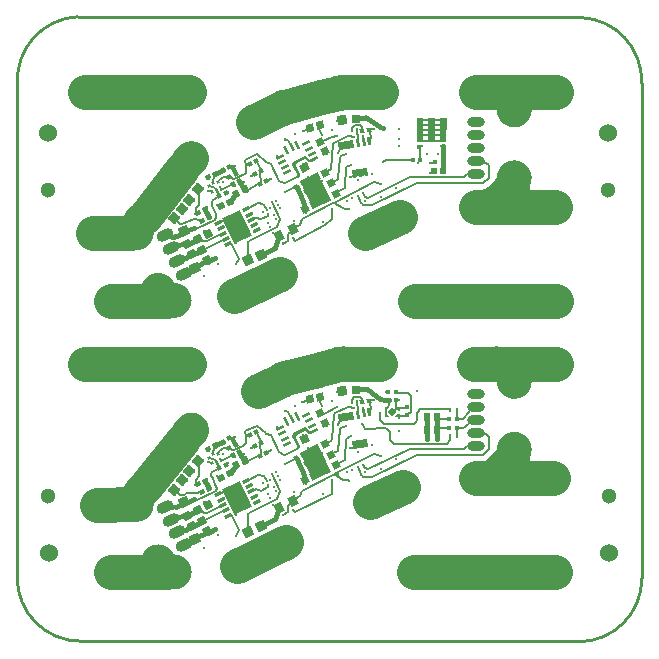
<source format=gtl>
G04*
G04 #@! TF.GenerationSoftware,Altium Limited,Altium Designer,23.2.1 (34)*
G04*
G04 Layer_Physical_Order=1*
G04 Layer_Color=255*
%FSLAX44Y44*%
%MOMM*%
G71*
G04*
G04 #@! TF.SameCoordinates,96D2EB81-E719-42E9-B1B6-D61F4878D9FD*
G04*
G04*
G04 #@! TF.FilePolarity,Positive*
G04*
G01*
G75*
%ADD10C,0.1524*%
%ADD11C,0.3810*%
%ADD12O,0.5500X0.2500*%
%ADD13R,0.5500X0.2500*%
%ADD14R,0.4541X0.3627*%
%ADD15R,0.4400X0.3500*%
%ADD16R,0.5600X0.5200*%
G04:AMPARAMS|DCode=17|XSize=1.646mm|YSize=2.384mm|CornerRadius=0mm|HoleSize=0mm|Usage=FLASHONLY|Rotation=206.000|XOffset=0mm|YOffset=0mm|HoleType=Round|Shape=Rectangle|*
%AMROTATEDRECTD17*
4,1,4,0.2172,1.4321,1.2622,-0.7106,-0.2172,-1.4321,-1.2622,0.7106,0.2172,1.4321,0.0*
%
%ADD17ROTATEDRECTD17*%

G04:AMPARAMS|DCode=18|XSize=0.6mm|YSize=0.3mm|CornerRadius=0mm|HoleSize=0mm|Usage=FLASHONLY|Rotation=206.000|XOffset=0mm|YOffset=0mm|HoleType=Round|Shape=Rectangle|*
%AMROTATEDRECTD18*
4,1,4,0.2039,0.2663,0.3354,-0.0033,-0.2039,-0.2663,-0.3354,0.0033,0.2039,0.2663,0.0*
%
%ADD18ROTATEDRECTD18*%

G04:AMPARAMS|DCode=19|XSize=0.27mm|YSize=0.65mm|CornerRadius=0mm|HoleSize=0mm|Usage=FLASHONLY|Rotation=190.000|XOffset=0mm|YOffset=0mm|HoleType=Round|Shape=Rectangle|*
%AMROTATEDRECTD19*
4,1,4,0.0765,0.3435,0.1894,-0.2966,-0.0765,-0.3435,-0.1894,0.2966,0.0765,0.3435,0.0*
%
%ADD19ROTATEDRECTD19*%

G04:AMPARAMS|DCode=20|XSize=0.25mm|YSize=0.65mm|CornerRadius=0mm|HoleSize=0mm|Usage=FLASHONLY|Rotation=190.000|XOffset=0mm|YOffset=0mm|HoleType=Round|Shape=Rectangle|*
%AMROTATEDRECTD20*
4,1,4,0.0667,0.3418,0.1795,-0.2984,-0.0667,-0.3418,-0.1795,0.2984,0.0667,0.3418,0.0*
%
%ADD20ROTATEDRECTD20*%

G04:AMPARAMS|DCode=21|XSize=0.675mm|YSize=0.25mm|CornerRadius=0mm|HoleSize=0mm|Usage=FLASHONLY|Rotation=116.000|XOffset=0mm|YOffset=0mm|HoleType=Round|Shape=Rectangle|*
%AMROTATEDRECTD21*
4,1,4,0.2603,-0.2486,0.0356,-0.3581,-0.2603,0.2486,-0.0356,0.3581,0.2603,-0.2486,0.0*
%
%ADD21ROTATEDRECTD21*%

G04:AMPARAMS|DCode=22|XSize=0.675mm|YSize=0.25mm|CornerRadius=0mm|HoleSize=0mm|Usage=FLASHONLY|Rotation=26.000|XOffset=0mm|YOffset=0mm|HoleType=Round|Shape=Rectangle|*
%AMROTATEDRECTD22*
4,1,4,-0.2486,-0.2603,-0.3581,-0.0356,0.2486,0.2603,0.3581,0.0356,-0.2486,-0.2603,0.0*
%
%ADD22ROTATEDRECTD22*%

G04:AMPARAMS|DCode=23|XSize=0.35mm|YSize=0.4mm|CornerRadius=0mm|HoleSize=0mm|Usage=FLASHONLY|Rotation=296.000|XOffset=0mm|YOffset=0mm|HoleType=Round|Shape=Rectangle|*
%AMROTATEDRECTD23*
4,1,4,-0.2565,0.0696,0.1030,0.2450,0.2565,-0.0696,-0.1030,-0.2450,-0.2565,0.0696,0.0*
%
%ADD23ROTATEDRECTD23*%

G04:AMPARAMS|DCode=24|XSize=0.6587mm|YSize=0.8121mm|CornerRadius=0mm|HoleSize=0mm|Usage=FLASHONLY|Rotation=206.000|XOffset=0mm|YOffset=0mm|HoleType=Round|Shape=Rectangle|*
%AMROTATEDRECTD24*
4,1,4,0.1180,0.5094,0.4740,-0.2206,-0.1180,-0.5094,-0.4740,0.2206,0.1180,0.5094,0.0*
%
%ADD24ROTATEDRECTD24*%

G04:AMPARAMS|DCode=25|XSize=0.64mm|YSize=0.6mm|CornerRadius=0mm|HoleSize=0mm|Usage=FLASHONLY|Rotation=296.000|XOffset=0mm|YOffset=0mm|HoleType=Round|Shape=Rectangle|*
%AMROTATEDRECTD25*
4,1,4,-0.4099,0.1561,0.1294,0.4191,0.4099,-0.1561,-0.1294,-0.4191,-0.4099,0.1561,0.0*
%
%ADD25ROTATEDRECTD25*%

G04:AMPARAMS|DCode=26|XSize=0.64mm|YSize=0.6mm|CornerRadius=0mm|HoleSize=0mm|Usage=FLASHONLY|Rotation=284.000|XOffset=0mm|YOffset=0mm|HoleType=Round|Shape=Rectangle|*
%AMROTATEDRECTD26*
4,1,4,-0.3685,0.2379,0.2137,0.3831,0.3685,-0.2379,-0.2137,-0.3831,-0.3685,0.2379,0.0*
%
%ADD26ROTATEDRECTD26*%

G04:AMPARAMS|DCode=27|XSize=0.64mm|YSize=0.6mm|CornerRadius=0mm|HoleSize=0mm|Usage=FLASHONLY|Rotation=26.000|XOffset=0mm|YOffset=0mm|HoleType=Round|Shape=Rectangle|*
%AMROTATEDRECTD27*
4,1,4,-0.1561,-0.4099,-0.4191,0.1294,0.1561,0.4099,0.4191,-0.1294,-0.1561,-0.4099,0.0*
%
%ADD27ROTATEDRECTD27*%

%ADD28R,0.8000X0.8000*%
G04:AMPARAMS|DCode=29|XSize=0.35mm|YSize=0.44mm|CornerRadius=0mm|HoleSize=0mm|Usage=FLASHONLY|Rotation=116.000|XOffset=0mm|YOffset=0mm|HoleType=Round|Shape=Rectangle|*
%AMROTATEDRECTD29*
4,1,4,0.2745,-0.0609,-0.1210,-0.2537,-0.2745,0.0609,0.1210,0.2537,0.2745,-0.0609,0.0*
%
%ADD29ROTATEDRECTD29*%

G04:AMPARAMS|DCode=30|XSize=0.65mm|YSize=0.7mm|CornerRadius=0mm|HoleSize=0mm|Usage=FLASHONLY|Rotation=116.000|XOffset=0mm|YOffset=0mm|HoleType=Round|Shape=Rectangle|*
%AMROTATEDRECTD30*
4,1,4,0.4571,-0.1387,-0.1721,-0.4455,-0.4571,0.1387,0.1721,0.4455,0.4571,-0.1387,0.0*
%
%ADD30ROTATEDRECTD30*%

G04:AMPARAMS|DCode=31|XSize=0.5mm|YSize=0.6mm|CornerRadius=0mm|HoleSize=0mm|Usage=FLASHONLY|Rotation=206.000|XOffset=0mm|YOffset=0mm|HoleType=Round|Shape=Rectangle|*
%AMROTATEDRECTD31*
4,1,4,0.0932,0.3792,0.3562,-0.1601,-0.0932,-0.3792,-0.3562,0.1601,0.0932,0.3792,0.0*
%
%ADD31ROTATEDRECTD31*%

G04:AMPARAMS|DCode=32|XSize=0.55mm|YSize=0.6mm|CornerRadius=0mm|HoleSize=0mm|Usage=FLASHONLY|Rotation=296.000|XOffset=0mm|YOffset=0mm|HoleType=Round|Shape=Rectangle|*
%AMROTATEDRECTD32*
4,1,4,-0.3902,0.1157,0.1491,0.3787,0.3902,-0.1157,-0.1491,-0.3787,-0.3902,0.1157,0.0*
%
%ADD32ROTATEDRECTD32*%

G04:AMPARAMS|DCode=33|XSize=0.35mm|YSize=0.4mm|CornerRadius=0mm|HoleSize=0mm|Usage=FLASHONLY|Rotation=277.000|XOffset=0mm|YOffset=0mm|HoleType=Round|Shape=Rectangle|*
%AMROTATEDRECTD33*
4,1,4,-0.2198,0.1493,0.1772,0.1981,0.2198,-0.1493,-0.1772,-0.1981,-0.2198,0.1493,0.0*
%
%ADD33ROTATEDRECTD33*%

G04:AMPARAMS|DCode=34|XSize=0.65mm|YSize=0.7mm|CornerRadius=0mm|HoleSize=0mm|Usage=FLASHONLY|Rotation=206.000|XOffset=0mm|YOffset=0mm|HoleType=Round|Shape=Rectangle|*
%AMROTATEDRECTD34*
4,1,4,0.1387,0.4571,0.4455,-0.1721,-0.1387,-0.4571,-0.4455,0.1721,0.1387,0.4571,0.0*
%
%ADD34ROTATEDRECTD34*%

%ADD35P,1.1314X4X161.0*%
%ADD36P,1.1314X4X97.0*%
%ADD37P,1.1314X4X55.0*%
%ADD38P,0.2828X4X251.0*%
G04:AMPARAMS|DCode=39|XSize=0.2mm|YSize=0.2mm|CornerRadius=0mm|HoleSize=0mm|Usage=FLASHONLY|Rotation=206.000|XOffset=0mm|YOffset=0mm|HoleType=Round|Shape=Octagon|*
%AMOCTAGOND39*
4,1,8,-0.1118,0.0011,-0.0680,-0.0888,-0.0011,-0.1118,0.0888,-0.0680,0.1118,-0.0011,0.0680,0.0888,0.0011,0.1118,-0.0888,0.0680,-0.1118,0.0011,0.0*
%
%ADD39OCTAGOND39*%

%ADD40C,0.0500*%
%ADD41R,0.6000X0.6400*%
%ADD42R,0.3500X0.4000*%
%ADD43R,0.4000X0.3500*%
%ADD44R,0.2500X0.3500*%
%ADD45R,0.1000X0.1000*%
%ADD46P,0.6788X4X180.0*%
%ADD47C,0.2540*%
%ADD48C,3.0000*%
%ADD49C,1.3000*%
%ADD50C,1.5240*%
%ADD51C,0.1000*%
%ADD52O,1.5000X0.8000*%
G04:AMPARAMS|DCode=53|XSize=0.9mm|YSize=1.5mm|CornerRadius=0mm|HoleSize=0mm|Usage=FLASHONLY|Rotation=296.000|XOffset=0mm|YOffset=0mm|HoleType=Round|Shape=Round|*
%AMOVALD53*
21,1,0.6000,0.9000,0.0000,0.0000,26.0*
1,1,0.9000,-0.2696,-0.1315*
1,1,0.9000,0.2696,0.1315*
%
%ADD53OVALD53*%

%ADD54C,0.3000*%
%ADD55C,0.2410*%
%ADD56C,0.3050*%
G36*
X105411Y178688D02*
X105161Y158438D01*
X99760D01*
Y178688D01*
X105411Y178688D01*
D02*
G37*
G36*
X95661D02*
X95411Y158438D01*
X90010D01*
Y178688D01*
X95661Y178688D01*
D02*
G37*
G36*
X85661D02*
X85411Y158438D01*
X80010D01*
Y178688D01*
X85661Y178688D01*
D02*
G37*
G36*
X27010Y153813D02*
X14760Y151563D01*
X13760Y158063D01*
X26010Y160063D01*
X27010Y153813D01*
D02*
G37*
G36*
X-9971Y143549D02*
X-7740Y144563D01*
X-6240Y142563D01*
X-9079Y141224D01*
X-10622D01*
X-14161Y143880D01*
X-21556Y140350D01*
X-22196Y138265D01*
X-21201Y136219D01*
X-22996Y134958D01*
X-23302Y135023D01*
X-25321Y138876D01*
X-24305Y141988D01*
X-14310Y146813D01*
X-9971Y143549D01*
D02*
G37*
G36*
X-72240Y133813D02*
X-74490Y132813D01*
X-76490Y137813D01*
X-74490Y138813D01*
X-72240Y133813D01*
D02*
G37*
G36*
X-10115Y135563D02*
X-16365Y132563D01*
X-19115Y138313D01*
X-12865Y141313D01*
X-10115Y135563D01*
D02*
G37*
G36*
X-19353Y131819D02*
X-19253Y131775D01*
X-19168Y131707D01*
X-19136Y131662D01*
X-19136D01*
X-19091Y131601D01*
X-18997Y131482D01*
X-18899Y131367D01*
X-18796Y131256D01*
X-18743Y131202D01*
Y131202D01*
Y131202D01*
D01*
X-18743Y130571D01*
X-18676Y130375D01*
X-18669Y129961D01*
X-18790Y129565D01*
X-19028Y129226D01*
X-19194Y129102D01*
X-19194Y129102D01*
X-20180Y128444D01*
X-21535Y131606D01*
X-19515Y131830D01*
X-19461Y131836D01*
X-19353Y131819D01*
D02*
G37*
G36*
X38760Y130313D02*
X26510Y128563D01*
X25510Y134813D01*
X37760Y136813D01*
X38760Y130313D01*
D02*
G37*
G36*
X7260Y109313D02*
X-7740Y102063D01*
X-18990Y125313D01*
X-3990Y132563D01*
X7260Y109313D01*
D02*
G37*
G36*
X57010Y-66257D02*
X55210Y-68057D01*
X53010D01*
Y-65557D01*
X57010D01*
Y-66257D01*
D02*
G37*
G36*
X66010Y-68057D02*
X63810D01*
X62010Y-66257D01*
Y-65557D01*
X66010D01*
Y-68057D01*
D02*
G37*
G36*
Y-74557D02*
X61310D01*
X63810Y-72057D01*
X66010D01*
Y-74557D01*
D02*
G37*
G36*
X57010Y-73857D02*
Y-74557D01*
X53010D01*
Y-72057D01*
X55210D01*
X57010Y-73857D01*
D02*
G37*
G36*
X27010Y-76057D02*
X14760Y-78307D01*
X13760Y-71807D01*
X26010Y-69807D01*
X27010Y-76057D01*
D02*
G37*
G36*
X-9971Y-86321D02*
X-7740Y-85307D01*
X-6240Y-87307D01*
X-9079Y-88646D01*
X-10622D01*
X-14161Y-85990D01*
X-21556Y-89521D01*
X-22196Y-91605D01*
X-21201Y-93651D01*
X-22996Y-94912D01*
X-23302Y-94847D01*
X-25321Y-90994D01*
X-24305Y-87882D01*
X-14310Y-83057D01*
X-9971Y-86321D01*
D02*
G37*
G36*
X-72240Y-96057D02*
X-74490Y-97057D01*
X-76490Y-92057D01*
X-74490Y-91057D01*
X-72240Y-96057D01*
D02*
G37*
G36*
X-10115Y-94307D02*
X-16365Y-97307D01*
X-19115Y-91557D01*
X-12865Y-88557D01*
X-10115Y-94307D01*
D02*
G37*
G36*
X-19353Y-98051D02*
X-19253Y-98095D01*
X-19168Y-98163D01*
X-19136Y-98208D01*
X-19136D01*
X-19091Y-98268D01*
X-18997Y-98388D01*
X-18899Y-98503D01*
X-18796Y-98614D01*
X-18743Y-98668D01*
Y-98668D01*
Y-98668D01*
D01*
X-18743Y-99299D01*
X-18676Y-99495D01*
X-18669Y-99909D01*
X-18790Y-100305D01*
X-19028Y-100644D01*
X-19194Y-100768D01*
X-19194Y-100768D01*
X-20180Y-101426D01*
X-21535Y-98264D01*
X-19515Y-98040D01*
X-19461Y-98034D01*
X-19353Y-98051D01*
D02*
G37*
G36*
X38760Y-99557D02*
X26510Y-101307D01*
X25510Y-95057D01*
X37760Y-93057D01*
X38760Y-99557D01*
D02*
G37*
G36*
X14010Y-124557D02*
X10760Y-122557D01*
X14010Y-120807D01*
Y-124557D01*
D02*
G37*
G36*
X7260Y-120557D02*
X-7740Y-127807D01*
X-18990Y-104557D01*
X-3990Y-97307D01*
X7260Y-120557D01*
D02*
G37*
D10*
X-108726Y85837D02*
G03*
X-105000Y85683I2004J3335D01*
G01*
X-90822Y92772D02*
G03*
X-89990Y94130I-692J1358D01*
G01*
X-93442Y104994D02*
G03*
X-93296Y104161I1515J-164D01*
G01*
X-89990Y96964D02*
G03*
X-90140Y97625I-1524J0D01*
G01*
X-92236Y109431D02*
G03*
X-93083Y108222I668J-1370D01*
G01*
X-89723Y118506D02*
G03*
X-90569Y119274I-1373J-662D01*
G01*
X-98008Y82426D02*
G03*
X-98789Y83101I-1328J-748D01*
G01*
X-21069Y128762D02*
G03*
X-20393Y130787I-693J1357D01*
G01*
X-32426Y123661D02*
G03*
X-31044Y123668I684J1362D01*
G01*
X-49180Y104955D02*
G03*
X-50155Y105690I-1328J-747D01*
G01*
X9867Y158003D02*
G03*
X9020Y156760I671J-1368D01*
G01*
X22769Y163972D02*
G03*
X21785Y163848I-312J-1492D01*
G01*
X6603Y134805D02*
G03*
X7444Y136054I-679J1365D01*
G01*
X8607Y162514D02*
G03*
X8227Y162387I288J-1497D01*
G01*
X-107828Y93399D02*
G03*
X-108799Y93327I-378J-1476D01*
G01*
X-120190Y89360D02*
G03*
X-118663Y89162I932J1206D01*
G01*
X-12508Y169005D02*
G03*
X-11783Y169426I-373J1478D01*
G01*
X40473Y167221D02*
G03*
X40484Y167147I1513J186D01*
G01*
X-47609Y141683D02*
G03*
X-47116Y141401I990J1159D01*
G01*
X30252Y159930D02*
G03*
X30276Y160426I-1490J323D01*
G01*
X15850Y146455D02*
G03*
X14951Y145173I622J-1392D01*
G01*
X12959Y126579D02*
G03*
X13811Y127842I-668J1370D01*
G01*
X-89990Y94130D02*
Y96964D01*
X-105000Y85683D02*
X-90822Y92772D01*
X-95490Y121063D02*
X-95434Y121046D01*
X-95113Y120947D01*
X-93296Y104161D02*
X-90142Y97627D01*
X-90140Y97625D01*
X-93442Y104994D02*
X-93442Y104999D01*
X-93083Y108222D01*
X-89723Y118506D02*
X-89721Y118502D01*
X-98008Y82426D02*
X-97240Y81063D01*
X-99990Y83563D02*
X-98789Y83101D01*
X-98008Y82426D02*
X-98008D01*
X-92236Y109431D02*
X-87949Y111522D01*
X-87026Y112454D01*
X-89063Y116630D02*
X-87062Y112528D01*
X-87026Y112454D02*
Y112527D01*
X-86990Y112563D01*
X-31044Y123668D02*
X-21069Y128762D01*
X-32432Y123664D02*
X-32426Y123661D01*
X-20569Y131148D02*
X-20490Y131313D01*
X-20569Y131148D02*
X-20393Y130787D01*
X-36251Y125603D02*
X-32432Y123664D01*
X-47116Y141401D02*
X-43463Y140140D01*
X-43240Y140063D02*
X-36251Y125603D01*
X-50159Y105691D02*
X-50155Y105690D01*
X-53959Y106585D02*
X-50159Y105691D01*
X-49180Y104955D02*
X-46990Y101063D01*
X-46090Y95930D02*
X-45440Y97952D01*
X-51273Y93270D02*
X-46090Y95930D01*
X9867Y158003D02*
X21785Y163848D01*
X22769Y163972D02*
X22776Y163970D01*
X27010Y163063D01*
X7444Y136054D02*
X9019Y156750D01*
X9020Y156760D01*
X6593Y134800D02*
X6603Y134805D01*
X4562Y133810D02*
X6593Y134800D01*
X1200Y158960D02*
X8227Y162387D01*
X8607Y162513D02*
X12760Y163313D01*
X-103787Y92364D02*
X-103033Y92170D01*
X-107828Y93399D02*
X-103787Y92364D01*
X-118663Y89162D02*
X-108799Y93327D01*
X-120196Y89365D02*
X-120190Y89360D01*
X-103033Y92170D02*
X-102240Y91313D01*
X-122823Y91417D02*
X-120196Y89365D01*
X-124990Y93903D02*
X-122823Y91417D01*
X-89721Y118502D02*
X-88987Y116968D01*
X-95113Y120947D02*
X-90569Y119274D01*
X-11783Y169426D02*
X-10510Y170749D01*
X-16240Y168063D02*
X-12508Y169005D01*
X-64468Y132585D02*
Y138041D01*
X-64490Y138063D02*
X-64468Y138041D01*
X-65240Y131813D02*
X-64468Y132585D01*
X-74490Y127313D02*
X-65240Y131813D01*
X-77354Y128954D02*
X-75713Y127313D01*
X-74490D01*
X-78776Y128954D02*
X-77354D01*
X33510Y168563D02*
Y171063D01*
X32010Y172563D02*
X33510Y171063D01*
X27510Y172563D02*
X32010D01*
X25292Y167845D02*
Y170345D01*
X27510Y172563D01*
X25010Y167563D02*
X25292Y167845D01*
X-28958Y160531D02*
X-28740Y160313D01*
X-31740Y160813D02*
X-31458Y160531D01*
X-28958D01*
X-28740Y160313D02*
X-26846Y156431D01*
X-25740Y154063D01*
X-63990Y117813D02*
X-62973Y118257D01*
X-74557Y121990D02*
Y122282D01*
X-80339Y115714D02*
X-79490Y116563D01*
X-74557Y122282D02*
X-74230Y122609D01*
X-80339Y115710D02*
Y115714D01*
X-74557Y121990D02*
X-74130Y121563D01*
X-85240Y118063D02*
X-76781Y122189D01*
X-74130Y121563D02*
X-73990D01*
X-76781Y122189D02*
X-75776Y122954D01*
X-133040Y79433D02*
X-130990Y78563D01*
X34260Y163563D02*
X34720Y160954D01*
X35010Y159563D01*
X34260Y163563D02*
X34542Y163281D01*
X95728Y141095D02*
X95760Y141063D01*
X91792Y141095D02*
X95728D01*
X91510Y140813D02*
X91792Y141095D01*
X82803Y143770D02*
Y154858D01*
Y143770D02*
X83010Y143563D01*
X82803Y154858D02*
X83009Y155063D01*
X82760Y159562D02*
X84260D01*
X100861Y159563D02*
X102361Y159563D01*
X102610Y159563D02*
X102760Y159563D01*
X84260Y159562D02*
X100861Y159563D01*
X102361Y159563D02*
X102610Y159563D01*
X51659Y141313D02*
X53909Y143563D01*
X51260Y141313D02*
X51659D01*
X53909Y143563D02*
X76510D01*
X101348Y177063D02*
X102848D01*
X102611Y173063D02*
X102760Y173063D01*
X102362Y173063D02*
X102611Y173063D01*
X83249Y177063D02*
X93098D01*
X102463Y163577D02*
X102510Y163563D01*
X102235Y163646D02*
X102463Y163577D01*
X82760Y173063D02*
X84260D01*
X82761Y168562D02*
X84261D01*
X40689Y168251D02*
X40760Y168313D01*
X82760Y164062D02*
X84260D01*
X40380Y167981D02*
X40473Y167221D01*
X40484Y167147D02*
X41392Y161995D01*
X42319Y105043D02*
X80015Y123563D01*
X136510D01*
X141260Y128313D01*
X43478Y169531D02*
X43760Y169813D01*
X41228Y169531D02*
X43478D01*
X40380Y167981D02*
X40689Y168251D01*
X40510Y168813D02*
X41228Y169531D01*
X127260Y152563D02*
X130760D01*
X84261Y168562D02*
X100861Y168563D01*
X102260Y168813D01*
X100861Y164062D02*
X102235Y163646D01*
X84260Y164062D02*
X100861Y164062D01*
X100862Y173063D02*
X102362Y173063D01*
X84260Y173063D02*
X100862Y173063D01*
X93098Y177063D02*
X101348D01*
X101348Y177063D01*
X93098Y177063D02*
X93098Y177063D01*
X102848Y177063D02*
X102848Y177063D01*
X103348D01*
X-76713Y138022D02*
X-75418D01*
X-75127Y138313D02*
X-73740D01*
X-77154Y137581D02*
X-76713Y138022D01*
X-75418D02*
X-75127Y138313D01*
X-62940Y58363D02*
Y73106D01*
X-62940Y73624D02*
X-62092Y74472D01*
X-62940Y73106D02*
X-62940Y73624D01*
X-62092Y74472D02*
X-38195Y86292D01*
X-35703Y93057D01*
X-79247Y72025D02*
X-77261Y72994D01*
X-72940Y55163D02*
X-70725Y59593D01*
X-77261Y72994D02*
X-70725Y59593D01*
X-72990Y55063D02*
X-72940Y55163D01*
X19826Y101781D02*
X22292D01*
X17976Y102475D02*
X19542Y101781D01*
X22292Y101781D02*
X22510Y101563D01*
X10210Y106913D02*
X17976Y102475D01*
X19542Y101781D02*
X19826Y101781D01*
X-2990Y169813D02*
X-436Y164677D01*
X-17350Y93133D02*
X9510Y106563D01*
X-22664Y86527D02*
X-18311Y88651D01*
X-17350Y93133D01*
X-62211Y102560D02*
X-53959Y106585D01*
X-55936Y94202D02*
X-51273Y93270D01*
X138999Y141074D02*
X141260Y138813D01*
Y128313D02*
Y138813D01*
X131999Y141074D02*
X138999D01*
X130760Y142313D02*
X131999Y141074D01*
X-22941Y135805D02*
X-21357Y133671D01*
X-23242Y140569D02*
X-23240Y140563D01*
X13669Y149361D02*
X15337Y152484D01*
X13510Y149063D02*
X13669Y149361D01*
X13510Y149063D02*
X13760Y149313D01*
X15337Y152484D02*
X15484Y155036D01*
X24010Y129063D02*
X27089Y129606D01*
X23760Y129063D02*
X24010D01*
X27089Y129606D02*
X27212Y131718D01*
X2760Y132563D02*
X4562Y133810D01*
X19501Y119434D02*
X20695Y137172D01*
X12260Y115813D02*
X19501Y119434D01*
X-43463Y140140D02*
X-43240Y140063D01*
X-33240Y72563D02*
X-28894Y74851D01*
X-18399Y114751D02*
X-17294Y113989D01*
X-18490Y114813D02*
X-18399Y114751D01*
X-21492Y120074D02*
X-21240Y120063D01*
X-21804Y120088D02*
X-21492Y120074D01*
X-22877Y120136D02*
X-21804Y120088D01*
X20695Y137172D02*
X24348Y139350D01*
X-55205Y148266D02*
X-47617Y141690D01*
X-47609Y141683D01*
X-64881Y143566D02*
X-55205Y148266D01*
X29260Y169313D02*
X30276Y160426D01*
X30159Y159502D02*
X30252Y159930D01*
X40105Y159377D02*
X41260Y161813D01*
X-1085Y157985D02*
X1200Y158960D01*
X-1490Y157813D02*
X-1085Y157985D01*
X13812Y127848D02*
X14951Y145173D01*
X15850Y146455D02*
X20010Y148313D01*
X-106897Y99185D02*
Y102406D01*
X-103990Y105313D02*
Y114313D01*
X-106897Y102406D02*
X-103990Y105313D01*
X-96740Y117313D02*
X-93558Y116672D01*
X-93490Y116563D01*
X-92384Y124476D02*
X-91428Y129969D01*
X-42361Y107367D02*
Y107375D01*
X-42348Y107389D01*
X-42361Y107367D02*
X-35703Y93057D01*
X-85735Y119893D02*
X-85731Y119960D01*
X-31740Y115813D02*
X-22877Y120136D01*
X-92493Y124158D02*
X-92384Y124476D01*
X-91428Y129969D02*
X-90490Y131313D01*
X-103990Y114313D02*
Y115313D01*
X-87157Y126730D02*
X-82657Y128980D01*
X-79990Y128313D01*
X-88241Y124564D02*
X-87157Y126730D01*
X-107240Y97813D02*
X-106897Y99185D01*
X-23907Y83552D02*
X-23490Y83813D01*
X-62740Y102313D02*
X-62211Y102560D01*
X-58740Y93063D02*
X-55936Y94202D01*
X-97751Y74533D02*
X-85803Y80361D01*
X-101611Y74691D02*
X-98734Y74533D01*
X-105235Y75584D02*
X-102503D01*
X-101611Y74691D01*
X-98734Y74533D02*
X-97751Y74533D01*
X-85803Y80361D02*
X-83631Y81013D01*
X-99154Y68050D02*
X-83518Y75676D01*
X-81439Y76519D01*
X-100804Y67261D02*
X-99154Y68050D01*
X-101401Y66975D02*
X-100804Y67261D01*
X-101740Y66813D02*
X-101401Y66975D01*
X-101687Y66978D02*
X-101572Y67332D01*
X-101740Y66813D02*
X-101687Y66978D01*
X-64881Y143566D02*
X-64415Y138547D01*
X-64191Y138463D02*
X-62361Y139355D01*
X-62973Y118257D02*
X-54096Y122586D01*
X-52776Y122704D01*
X-62361Y139355D02*
X-61490Y139563D01*
X-58013Y130403D02*
X-57240Y130563D01*
X-60148Y129362D02*
X-58013Y130403D01*
X-29148Y80685D02*
X-28894Y74851D01*
X-29148Y80685D02*
X-26159Y82143D01*
X-24359Y84563D02*
X-22664Y86527D01*
X-24464Y84442D02*
X-24359Y84563D01*
X-26468Y82775D02*
X-24464Y84442D01*
X-24740Y77063D02*
X-22696Y75019D01*
X2826Y87879D02*
X8010Y93063D01*
X-22696Y75019D02*
X2826Y87879D01*
X8010Y93063D02*
Y101813D01*
X-88015Y90001D02*
X-85936Y90845D01*
X-82769Y92389D01*
X-80740Y93313D01*
X-43442Y127214D02*
X-43240Y127313D01*
X-46075Y125931D02*
X-43442Y127214D01*
X-43490Y127313D02*
X-43240D01*
X-47204Y125422D02*
X-46075Y125931D01*
X-52133Y132491D02*
X-51453Y133922D01*
X-52133Y132491D02*
X-52097Y124135D01*
X-52490Y122813D02*
X-52097Y124135D01*
X-55446Y141699D02*
X-52048Y134731D01*
X-55704Y142672D02*
X-55446Y141699D01*
X-52048Y134731D02*
X-51740Y134063D01*
X44260Y124313D02*
X49510Y122563D01*
X10206Y106921D02*
X44004Y124325D01*
X9510Y106563D02*
X10210Y106913D01*
X35007Y105043D02*
X42319D01*
X39237Y111335D02*
X74671Y128792D01*
X36760Y112063D02*
X39237Y111335D01*
X74671Y128792D02*
X120234D01*
X34760Y115313D02*
X36629Y111990D01*
X7447Y123229D02*
X9114Y124703D01*
X7260Y123063D02*
X7447Y123229D01*
X9114Y124703D02*
X12959Y126579D01*
X13811Y127842D02*
X13812Y127848D01*
X120234Y128792D02*
X122474Y131032D01*
X33213Y106837D02*
X33511Y106539D01*
X30260Y113063D02*
X33087Y107221D01*
X33511Y106539D02*
X35007Y105043D01*
X33087Y107221D02*
X33213Y106837D01*
X-77029Y137018D02*
X-74621Y132080D01*
X-77240Y137313D02*
X-77029Y137018D01*
X-74621Y132080D02*
X-73204Y131672D01*
X-75776Y122954D02*
X-74230Y122609D01*
X-85731Y119960D02*
X-85692Y119946D01*
X-89063Y116630D02*
X-88987Y116968D01*
X-84026Y134704D02*
X-83990Y134563D01*
X122474Y131032D02*
X129010Y131063D01*
X126954Y163164D02*
X127260Y163563D01*
X126760Y163313D02*
X127260Y163563D01*
X-107357Y-144542D02*
G03*
X-106213Y-144478I494J1442D01*
G01*
X-90094Y-136734D02*
G03*
X-89240Y-135365I-670J1369D01*
G01*
X-89240Y-133908D02*
G03*
X-89394Y-133241I-1524J0D01*
G01*
X-92884Y-120640D02*
G03*
X-93740Y-122009I668J-1370D01*
G01*
Y-123965D02*
G03*
X-93592Y-124612I1524J9D01*
G01*
X-98062Y-147348D02*
G03*
X-98922Y-146649I-1325J-752D01*
G01*
X-89717Y-111378D02*
G03*
X-90565Y-110606I-1374J-658D01*
G01*
X-32426Y-106209D02*
G03*
X-31044Y-106202I684J1362D01*
G01*
X-21069Y-101108D02*
G03*
X-20393Y-99083I-693J1357D01*
G01*
X22549Y-65851D02*
G03*
X21564Y-65974I-314J-1491D01*
G01*
X10882Y-71214D02*
G03*
X10034Y-72457I671J-1368D01*
G01*
X7602Y-94578D02*
G03*
X8446Y-93327I-676J1366D01*
G01*
X542Y-71778D02*
G03*
X1737Y-71681I485J1445D01*
G01*
X56131Y-64990D02*
G03*
X56510Y-63984I-1145J1005D01*
G01*
X-28533Y-70195D02*
G03*
X-29902Y-69339I-1370J-668D01*
G01*
X-76904Y-101366D02*
G03*
X-77985Y-100916I-1081J-1074D01*
G01*
X-67000Y-98943D02*
G03*
X-66579Y-98646I-657J1375D01*
G01*
X-76120Y-102150D02*
G03*
X-74401Y-102449I1074J1081D01*
G01*
X32206Y-57753D02*
G03*
X31129Y-57307I-1078J-1078D01*
G01*
X28141D02*
G03*
X27064Y-57753I0J-1524D01*
G01*
X34297Y-60301D02*
G03*
X33856Y-59403I-1513J-186D01*
G01*
X30252Y-69940D02*
G03*
X30276Y-69444I-1490J323D01*
G01*
X-119849Y-139984D02*
G03*
X-118910Y-140307I938J1201D01*
G01*
X-116871D02*
G03*
X-115798Y-139865I0J1524D01*
G01*
X-113609Y-138307D02*
G03*
X-114682Y-138749I0J-1524D01*
G01*
X-105036Y-138307D02*
G03*
X-103958Y-137861I0J1524D01*
G01*
X-103738Y-137865D02*
G03*
X-103141Y-138231I1073J1082D01*
G01*
X-85861Y-110182D02*
G03*
X-85905Y-110084I-1414J-570D01*
G01*
X-85240Y-111807D02*
G03*
X-85326Y-111510I-1499J-273D01*
G01*
X-12845Y-61109D02*
G03*
X-11993Y-60662I-246J1504D01*
G01*
X15850Y-83415D02*
G03*
X14951Y-84698I622J-1391D01*
G01*
X57510Y-87430D02*
G03*
X57064Y-86361I-1524J-9D01*
G01*
X57510Y-93128D02*
G03*
X57952Y-94201I1524J0D01*
G01*
X55155Y-84452D02*
G03*
X54061Y-84005I-1078J-1078D01*
G01*
X40473Y-62649D02*
G03*
X40484Y-62723I1513J186D01*
G01*
X108441Y-68668D02*
G03*
X107075Y-67819I-1366J-675D01*
G01*
X80956Y-70206D02*
G03*
X80510Y-71284I1078J-1078D01*
G01*
X76629Y-80557D02*
G03*
X77702Y-80115I0J1524D01*
G01*
X-47609Y-88187D02*
G03*
X-47116Y-88469I990J1159D01*
G01*
X80064Y-77753D02*
G03*
X80510Y-76676I-1078J1078D01*
G01*
X34466Y-81085D02*
G03*
X33760Y-80557I-1227J-904D01*
G01*
X64712Y-66557D02*
G03*
X63635Y-67002I0J-1524D01*
G01*
D02*
G03*
X63634Y-67003I1076J-1079D01*
G01*
X63010Y-65697D02*
G03*
X63170Y-66377I1524J0D01*
G01*
X119235Y-75807D02*
G03*
X120446Y-75209I-0J1524D01*
G01*
X119707Y-83532D02*
G03*
X120722Y-83144I0J1524D01*
G01*
X-107369Y-144538D02*
X-107357Y-144542D01*
X-89240Y-135365D02*
Y-133908D01*
X-108740Y-144057D02*
X-107369Y-144538D01*
X-106213Y-144478D02*
X-90094Y-136734D01*
X-93587Y-124623D02*
X-89394Y-133241D01*
X-93740Y-123965D02*
Y-122009D01*
X-93592Y-124612D02*
X-93587Y-124623D01*
X-92884Y-120640D02*
X-87994Y-118255D01*
X-87026Y-117416D01*
X-99990Y-146307D02*
X-98922Y-146649D01*
X-98062Y-147348D02*
X-98059Y-147353D01*
X-97240Y-148807D01*
X-89717Y-111378D02*
X-89148Y-112565D01*
X-95122Y-108927D02*
X-90565Y-110606D01*
X-43240Y-89807D02*
X-36251Y-104267D01*
X-32432Y-106206D01*
X-31044Y-106202D02*
X-21069Y-101108D01*
X-20240Y-98307D02*
X-20166Y-98381D01*
X-22941Y-94065D02*
X-21357Y-96200D01*
X-47116Y-88469D02*
X-43463Y-89730D01*
X-43442Y-102655D02*
X-43240Y-102557D01*
X-43490D02*
X-43240D01*
X-42361Y-122503D02*
Y-122495D01*
X-46090Y-133940D02*
X-45440Y-131918D01*
X-53959Y-123285D02*
X-49045Y-124441D01*
X-51273Y-136600D02*
X-46090Y-133940D01*
X-62211Y-127310D02*
X-53959Y-123285D01*
X-42361Y-122503D02*
X-35703Y-136813D01*
X-42361Y-122495D02*
X-42348Y-122481D01*
X-49045Y-124441D02*
X-46904Y-128659D01*
X10882Y-71214D02*
X21564Y-65974D01*
X22549Y-65851D02*
X22555Y-65852D01*
X27010Y-66807D01*
X8446Y-93327D02*
X10033Y-72467D01*
X10034Y-72457D01*
X4562Y-96060D02*
X7594Y-94581D01*
X7602Y-94578D01*
X-1418Y-71102D02*
X531Y-71774D01*
X1737Y-71681D02*
X13010Y-65807D01*
X531Y-71774D02*
X542Y-71778D01*
X-38195Y-143578D02*
X-35703Y-136813D01*
X-62092Y-155398D02*
X-38195Y-143578D01*
X-55936Y-135668D02*
X-51273Y-136600D01*
X-62740Y-127557D02*
X-62211Y-127310D01*
X-58740Y-136807D02*
X-55936Y-135668D01*
X-22877Y-109734D02*
X-21804Y-109782D01*
X-21492Y-109796D02*
X-21240Y-109807D01*
X-31740Y-114057D02*
X-22877Y-109734D01*
X56510Y-63984D02*
X56510Y-63984D01*
X54760Y-66557D02*
X56131Y-64990D01*
X-29902Y-69339D02*
X-29902Y-69339D01*
X-26930Y-73480D02*
X-26490Y-74307D01*
X-28533Y-70195D02*
X-26930Y-73480D01*
X-31458Y-69339D02*
X-29902D01*
X-31740Y-69057D02*
X-31458Y-69339D01*
X-76904Y-101366D02*
X-76120Y-102150D01*
X-74401Y-102449D02*
X-67000Y-98943D01*
X-78776Y-100916D02*
X-77985D01*
X-66579Y-98646D02*
X-64490Y-96557D01*
Y-92307D01*
X25292Y-59525D02*
X27064Y-57753D01*
X28141Y-57307D02*
X31129D01*
X32206Y-57753D02*
X33856Y-59403D01*
X25292Y-62025D02*
Y-59525D01*
X34297Y-60301D02*
X34339Y-60639D01*
X30159Y-70368D02*
X30252Y-69940D01*
X34260Y-61307D02*
X34339Y-60639D01*
X29260Y-60557D02*
X30276Y-69444D01*
X25010Y-62307D02*
X25292Y-62025D01*
X-122438Y-137961D02*
X-119849Y-139984D01*
X-124990Y-135967D02*
X-122438Y-137961D01*
X-118910Y-140307D02*
X-116871D01*
X-115798Y-139865D02*
X-114682Y-138749D01*
X-113609Y-138307D02*
X-105036D01*
X-103958Y-137861D02*
X-103851Y-137753D01*
X-103141Y-138231D02*
X-102844Y-138086D01*
X-101740Y-138307D01*
X-103851Y-137753D02*
X-103738Y-137865D01*
X-86008Y-109818D02*
X-85940Y-110012D01*
X-85861Y-110182D02*
X-85326Y-111510D01*
X-76793Y-107655D02*
X-75776Y-106916D01*
X-85227Y-111769D02*
X-76793Y-107655D01*
X-85940Y-110012D02*
X-85905Y-110084D01*
X-85240Y-111807D02*
X-85240Y-111807D01*
X-85223Y-111766D01*
X-21804Y-109782D02*
X-21492Y-109796D01*
X-21804Y-109782D02*
X-21804D01*
X-18490Y-115057D02*
X-18399Y-115119D01*
X-17294Y-115882D01*
X-89088Y-112687D02*
X-88987Y-112902D01*
X-89148Y-112565D02*
X-89088Y-112687D01*
X-95431Y-108813D02*
X-95122Y-108927D01*
X-22692Y-154903D02*
X8010Y-139433D01*
X-24740Y-152807D02*
X-22781Y-154766D01*
X8010Y-139433D02*
Y-128057D01*
X-11993Y-60662D02*
X-10510Y-59121D01*
X-16990Y-61807D02*
X-12845Y-61109D01*
X15850Y-83415D02*
X20010Y-81557D01*
X7447Y-106641D02*
X9114Y-105167D01*
X7260Y-106807D02*
X7447Y-106641D01*
X9114Y-105167D02*
X13698Y-102931D01*
X13760Y-102807D02*
X14951Y-84698D01*
X57510Y-87430D02*
X57510Y-87438D01*
Y-93128D02*
Y-87438D01*
X57952Y-94201D02*
X57956Y-94206D01*
X54061Y-84005D02*
Y-84005D01*
X36761Y-84182D02*
X54061Y-84005D01*
X34260Y-66307D02*
X34720Y-68916D01*
X35180Y-71361D01*
X34260Y-66307D02*
Y-66057D01*
X43478Y-60339D02*
X43760Y-60057D01*
X41228Y-60339D02*
X43478D01*
X40484Y-62723D02*
X41392Y-67875D01*
X40380Y-61889D02*
X40689Y-61619D01*
X40510Y-61057D02*
X41228Y-60339D01*
X40689Y-61619D02*
X40760Y-61557D01*
X40380Y-61889D02*
X40473Y-62649D01*
X-76713Y-91848D02*
X-75418D01*
X-75127Y-91557D02*
X-73740D01*
X-77154Y-92289D02*
X-76713Y-91848D01*
X-75418D02*
X-75127Y-91557D01*
X49010Y-76807D02*
Y-70557D01*
Y-76807D02*
X52760Y-80557D01*
X108441Y-68668D02*
X108510Y-68807D01*
X108441Y-68668D02*
X108441Y-68668D01*
X83344Y-67819D02*
X107075D01*
X80510Y-76676D02*
Y-71284D01*
X77702Y-80115D02*
X80064Y-77753D01*
X52760Y-80557D02*
X76629D01*
X-62940Y-171507D02*
Y-156764D01*
X-62940Y-156246D02*
X-62092Y-155398D01*
X-62940Y-156764D02*
X-62940Y-156246D01*
X-79247Y-157845D02*
X-77261Y-156876D01*
X-72940Y-174707D02*
X-70725Y-170277D01*
X-77261Y-156876D02*
X-70725Y-170277D01*
X-72990Y-174807D02*
X-72940Y-174707D01*
X19826Y-128089D02*
X22292D01*
X17976Y-127395D02*
X19542Y-128089D01*
X22292Y-128089D02*
X22510Y-128307D01*
X10210Y-122957D02*
X17976Y-127395D01*
X19542Y-128089D02*
X19826Y-128089D01*
X-2990Y-60057D02*
X-436Y-65193D01*
X-17350Y-136737D02*
X9510Y-123307D01*
X-22664Y-143343D02*
X-18311Y-141220D01*
X-17350Y-136737D01*
X75567Y-70276D02*
Y-56613D01*
X64198Y-53807D02*
X72760D01*
X75567Y-56613D01*
X62760Y-53307D02*
X64198Y-53807D01*
X138999Y-88796D02*
X141260Y-91057D01*
X136510Y-106307D02*
X141260Y-101557D01*
Y-91057D01*
X131999Y-88796D02*
X138999D01*
X42319Y-124827D02*
X80015Y-106307D01*
X136510D01*
X130760Y-87557D02*
X131999Y-88796D01*
X64712Y-66557D02*
X71022D01*
X13669Y-80509D02*
X15337Y-77386D01*
X13510Y-80807D02*
X13669Y-80509D01*
X13510Y-80807D02*
X13760Y-80557D01*
X15337Y-77386D02*
X15484Y-74834D01*
X24010Y-100807D02*
X27089Y-100264D01*
X23760Y-100807D02*
X24010D01*
X27089Y-100264D02*
X27212Y-98152D01*
X2760Y-97307D02*
X4562Y-96060D01*
X19501Y-110436D02*
X20695Y-92698D01*
X12260Y-114057D02*
X19501Y-110436D01*
X-43463Y-89730D02*
X-43240Y-89807D01*
X-33240Y-157307D02*
X-28894Y-155020D01*
X20695Y-92698D02*
X24348Y-90520D01*
X-55205Y-81604D02*
X-47617Y-88180D01*
X-47609Y-88187D01*
X-64881Y-86304D02*
X-55205Y-81604D01*
X55155Y-84452D02*
X57064Y-86361D01*
X34466Y-81085D02*
X36692Y-84107D01*
X57956Y-94206D02*
X60807Y-97057D01*
X80956Y-70206D02*
X83344Y-67819D01*
X40105Y-70493D02*
X41260Y-68057D01*
X60807Y-97057D02*
X103248D01*
Y-97057D02*
X105531D01*
X-80339Y-114160D02*
Y-114156D01*
X-79490Y-113307D01*
X-106897Y-130685D02*
Y-127464D01*
X-103990Y-124557D02*
Y-115557D01*
X-106897Y-127464D02*
X-103990Y-124557D01*
X-96740Y-112557D02*
X-93558Y-113198D01*
X-93490Y-113307D01*
X-92384Y-105394D02*
X-91428Y-99901D01*
X-74557Y-107880D02*
Y-107588D01*
X-74230Y-107261D01*
X-74130Y-108307D02*
X-73990D01*
X-74557Y-107880D02*
X-74130Y-108307D01*
X-92493Y-105712D02*
X-92384Y-105394D01*
X-91428Y-99901D02*
X-90490Y-98557D01*
X-103990Y-115557D02*
Y-114557D01*
X-87157Y-103140D02*
X-82657Y-100890D01*
X-79990Y-101557D01*
X-88241Y-105307D02*
X-87157Y-103140D01*
X-107240Y-132057D02*
X-106897Y-130685D01*
X-23907Y-146318D02*
X-23490Y-146057D01*
X-97751Y-155337D02*
X-85803Y-149509D01*
X-101611Y-155179D02*
X-98734Y-155337D01*
X-105235Y-154286D02*
X-102503D01*
X-101611Y-155179D01*
X-98734Y-155337D02*
X-97751Y-155337D01*
X-85803Y-149509D02*
X-83631Y-148857D01*
X-99154Y-161821D02*
X-83518Y-154194D01*
X-81439Y-153351D01*
X-100804Y-162609D02*
X-99154Y-161821D01*
X-101401Y-162895D02*
X-100804Y-162609D01*
X-101740Y-163057D02*
X-101401Y-162895D01*
X-101687Y-162892D02*
X-101572Y-162538D01*
X-101740Y-163057D02*
X-101687Y-162892D01*
X-64881Y-86304D02*
X-64415Y-91323D01*
X-64191Y-91407D02*
X-62361Y-90515D01*
X-62973Y-111613D02*
X-54096Y-107284D01*
X-52776Y-107166D01*
X-63990Y-112057D02*
X-62973Y-111613D01*
X-62361Y-90515D02*
X-61490Y-90307D01*
X-58013Y-99467D02*
X-57240Y-99307D01*
X-60148Y-100508D02*
X-58013Y-99467D01*
X-29148Y-149185D02*
X-28894Y-155020D01*
X-29148Y-149185D02*
X-26159Y-147727D01*
X-24359Y-145307D02*
X-22664Y-143343D01*
X-24464Y-145428D02*
X-24359Y-145307D01*
X-26468Y-147095D02*
X-24464Y-145428D01*
X64712Y-66557D02*
X64712Y-66557D01*
X63634Y-67003D02*
X63635Y-67002D01*
X61203Y-69434D02*
X63634Y-67003D01*
X63170Y-66377D02*
X63260Y-66557D01*
X63010Y-65697D02*
Y-61045D01*
Y-65697D02*
Y-65697D01*
X62710Y-60057D02*
X63010Y-61045D01*
X106572Y-75609D02*
X107764Y-75773D01*
X108010Y-75807D01*
X107765Y-83592D02*
X108010Y-83557D01*
X64510Y-73307D02*
X71022D01*
X-88015Y-139869D02*
X-85936Y-139025D01*
X-82769Y-137480D01*
X-80740Y-136557D01*
X-46075Y-103940D02*
X-43442Y-102655D01*
X-47204Y-104448D02*
X-46075Y-103940D01*
X-52133Y-97379D02*
X-51453Y-95948D01*
X-52133Y-97379D02*
X-52097Y-105735D01*
X-52490Y-107057D02*
X-52097Y-105735D01*
X-55446Y-88172D02*
X-52048Y-95139D01*
X-55704Y-87198D02*
X-55446Y-88172D01*
X-52048Y-95139D02*
X-51740Y-95807D01*
X72010Y-72407D02*
Y-72157D01*
X72998Y-71168D02*
X74674D01*
X75567Y-70276D01*
X72010Y-72157D02*
X72998Y-71168D01*
X107765Y-83592D02*
X107765D01*
X44260Y-105557D02*
X49510Y-107307D01*
X10206Y-122949D02*
X44004Y-105545D01*
X9510Y-123307D02*
X10210Y-122957D01*
X71022Y-73307D02*
X72010Y-73057D01*
X35007Y-124827D02*
X42319D01*
X39237Y-118535D02*
X74671Y-101079D01*
X36760Y-117807D02*
X39237Y-118535D01*
X74671Y-101079D02*
X120234D01*
X34760Y-114557D02*
X36629Y-117880D01*
X59455Y-69770D02*
X61203Y-69434D01*
X59260Y-69807D02*
X59455Y-69770D01*
X71022Y-66557D02*
X72010Y-66207D01*
X56510Y-63984D02*
Y-60057D01*
X54260Y-73307D02*
Y-66807D01*
X120234Y-101079D02*
X122474Y-98838D01*
X33213Y-123033D02*
X33511Y-123331D01*
X30260Y-116807D02*
X33087Y-122649D01*
X33511Y-123331D02*
X35007Y-124827D01*
X33087Y-122649D02*
X33213Y-123033D01*
X-77029Y-92852D02*
X-74621Y-97790D01*
X-77240Y-92557D02*
X-77029Y-92852D01*
X-74621Y-97790D02*
X-73204Y-98198D01*
X106572Y-83760D02*
X107765Y-83592D01*
X-75776Y-106916D02*
X-74230Y-107261D01*
X-89063Y-113240D02*
X-87026Y-117416D01*
X-84026Y-95166D02*
X-83990Y-95307D01*
X122474Y-98838D02*
X129010Y-98807D01*
X108760Y-90557D02*
X108760Y-90557D01*
Y-93828D02*
Y-90557D01*
X105531Y-97057D02*
X108760Y-93828D01*
X126954Y-66706D02*
X127260Y-66307D01*
X120446Y-75209D02*
X126954Y-66706D01*
X114010Y-76057D02*
Y-69795D01*
X115698Y-75807D02*
X119235D01*
X126760Y-66557D02*
X127260Y-66307D01*
X114260Y-75807D02*
X115698Y-75807D01*
X114010Y-69795D02*
X114010Y-68807D01*
X115698Y-83532D02*
X119707D01*
X114260Y-90557D02*
X114260Y-89569D01*
X114260Y-91057D02*
Y-90557D01*
X114260Y-84545D02*
X114260Y-83557D01*
X114260Y-89569D02*
Y-84545D01*
X120722Y-83144D02*
X127260Y-77307D01*
X114510Y-83307D02*
X115698Y-83532D01*
X127260Y-77307D02*
X130760D01*
X97260Y-75557D02*
X99498Y-75609D01*
X106572D01*
X97510Y-83807D02*
X99498Y-83760D01*
X106572D01*
D11*
X-125070Y78140D02*
G03*
X-123140Y78517I259J3801D01*
G01*
X37278Y179121D02*
G03*
X37054Y179127I-224J-3803D01*
G01*
X49769Y170826D02*
G03*
X52342Y169813I2587J2797D01*
G01*
X49769Y170826D02*
G03*
X49387Y171136I-2587J-2797D01*
G01*
X-125082Y78141D02*
X-125070Y78140D01*
X-123140Y78517D02*
X-117761Y81140D01*
X31105Y179127D02*
X37054D01*
X-68830Y123117D02*
X-66301Y118171D01*
X-65990Y117563D01*
X-113076Y83699D02*
X-108740Y85813D01*
X-114103Y83197D02*
X-113076Y83699D01*
X-114402Y83212D02*
X-114103Y83197D01*
X-116490Y83313D02*
X-114402Y83212D01*
X-130990Y78563D02*
X-125082Y78141D01*
X102260Y141813D02*
Y154715D01*
X102560Y133813D02*
Y141563D01*
X32140Y132563D02*
X33369Y132774D01*
X32136Y132563D02*
X32140Y132563D01*
X-70150Y125699D02*
X-68830Y123117D01*
X-96682Y57342D02*
X-90240Y60563D01*
X-96682Y57342D02*
X-96682Y57342D01*
X-97379Y58881D02*
X-97352Y58816D01*
X-96740Y57313D01*
X-107758Y52646D02*
X-105897Y53752D01*
X-108740Y52063D02*
X-107758Y52646D01*
X-21776Y120704D02*
X-21492Y120074D01*
X-18833Y114179D01*
X-17075Y110283D01*
X-14028Y103528D01*
X-13490Y102313D01*
X37278Y179121D02*
X38260Y179063D01*
X29760Y179563D02*
X31105Y179127D01*
X38260Y179063D02*
X49387Y171136D01*
X-90740Y131313D02*
X-90537Y131411D01*
X-90533Y131413D01*
X-123529Y70441D02*
X-116230Y72689D01*
X-125083Y69963D02*
X-123529Y70441D01*
X-125083Y69963D02*
X-123490Y70313D01*
X-116230Y72689D02*
X-114322Y71845D01*
X-113490Y72063D02*
X-113053Y72311D01*
X-106449Y75532D02*
X-105259Y76731D01*
X-113053Y72311D02*
X-106449Y75532D01*
X-101792Y66932D02*
X-101687Y66978D01*
X-102685Y66545D02*
X-101792Y66932D01*
X-65151Y118759D02*
X-64136Y118035D01*
X-97408Y58794D02*
X-97379Y58881D01*
X-96740Y57313D02*
X-96682Y57342D01*
X-36931Y75963D02*
X-36628Y78509D01*
X-39740Y69313D02*
X-36931Y75963D01*
X-51940Y63163D02*
X-40003Y68985D01*
X-98261Y57476D02*
X-97886Y58055D01*
X-98262Y57476D02*
X-98261Y57476D01*
X-105897Y53752D02*
X-98262Y57476D01*
X-97886Y58055D02*
X-97408Y58794D01*
X127260Y175313D02*
X129510Y175563D01*
X-98965Y101512D02*
X-98676Y100956D01*
X-95740Y95313D01*
X-90533Y131413D02*
X-83990Y134563D01*
X-77483Y107866D02*
X-77306Y109165D01*
X-77490Y107813D02*
X-77483Y107866D01*
X-73295Y113568D02*
X-73240Y114813D01*
X-77306Y109165D02*
X-73295Y113568D01*
X-110158Y63306D02*
X-108789Y63568D01*
X-102685Y66545D01*
X-123240Y58063D02*
X-121133Y60170D01*
X-115131D02*
X-111995Y63306D01*
X-110158D01*
X-121133Y60170D02*
X-115131D01*
X49769Y-59044D02*
G03*
X52342Y-60057I2587J2797D01*
G01*
X37278Y-50749D02*
G03*
X37054Y-50743I-224J-3803D01*
G01*
X-116324Y-146612D02*
G03*
X-113438Y-146406I1191J3619D01*
G01*
X-126783Y-150542D02*
G03*
X-123701Y-150428I1412J3539D01*
G01*
X49769Y-59044D02*
G03*
X49387Y-58734I-2587J-2797D01*
G01*
X52342Y-60057D02*
X56510D01*
X31105Y-50743D02*
X37054D01*
X-116337Y-146608D02*
X-116324Y-146613D01*
X-123701Y-150428D02*
X-118233Y-147762D01*
X-130320Y-149131D02*
X-126783Y-150542D01*
X-116490Y-146557D02*
X-116337Y-146608D01*
X-113438Y-146406D02*
X-108740Y-144057D01*
X-21492Y-109796D02*
X-18833Y-115691D01*
X-17075Y-119587D01*
X-130344Y-149122D02*
X-130320Y-149131D01*
X-130490Y-149557D02*
X-130344Y-149122D01*
X-118233Y-147762D02*
X-116490Y-146557D01*
X-21776Y-109166D02*
X-21492Y-109796D01*
X-17075Y-119587D02*
X-14028Y-126342D01*
X-13490Y-127557D01*
X37278Y-50749D02*
X38260Y-50807D01*
X29760Y-50307D02*
X31105Y-50743D01*
X38260Y-50807D02*
X49387Y-58734D01*
X-90740Y-98557D02*
X-90537Y-98459D01*
X-90533Y-98457D01*
X-123529Y-159429D02*
X-116230Y-157181D01*
X-125083Y-159907D02*
X-123529Y-159429D01*
X-125083Y-159907D02*
X-123490Y-159557D01*
X-116230Y-157181D02*
X-114322Y-158025D01*
X-113490Y-157807D02*
X-113053Y-157559D01*
X-106449Y-154338D02*
X-105259Y-153139D01*
X-113053Y-157559D02*
X-106449Y-154338D01*
X-101792Y-162938D02*
X-101687Y-162892D01*
X-102685Y-163325D02*
X-101792Y-162938D01*
X-66301Y-111699D02*
X-65990Y-112307D01*
X-70150Y-104171D02*
X-66301Y-111699D01*
X-65151Y-111111D02*
X-64136Y-111835D01*
X-97408Y-171076D02*
X-97379Y-170989D01*
X-96682Y-172528D02*
X-90240Y-169307D01*
X-96740Y-172557D02*
X-96682Y-172528D01*
X-97379Y-170989D02*
X-96740Y-172557D01*
X32136Y-97307D02*
X33369Y-97096D01*
X-36931Y-153907D02*
X-36628Y-151361D01*
X-39740Y-160557D02*
X-36931Y-153907D01*
X-51940Y-166707D02*
X-40003Y-160885D01*
X97260Y-92807D02*
Y-87307D01*
X-98261Y-172394D02*
X-97886Y-171815D01*
X-98262Y-172394D02*
X-98261Y-172394D01*
X-105897Y-176118D02*
X-98262Y-172394D01*
X-97886Y-171815D02*
X-97408Y-171076D01*
X-108740Y-177807D02*
X-107758Y-177224D01*
X-105897Y-176118D01*
X127260Y-54557D02*
X129510Y-54307D01*
X88504Y-84262D02*
X88510Y-85557D01*
Y-92557D02*
Y-86307D01*
X-98965Y-128358D02*
X-98676Y-128914D01*
X-95740Y-134557D01*
X-90533Y-98457D02*
X-83990Y-95307D01*
X-77483Y-122003D02*
X-77306Y-120705D01*
X-77490Y-122057D02*
X-77483Y-122003D01*
X-73295Y-116302D02*
X-73240Y-115057D01*
X-77306Y-120705D02*
X-73295Y-116302D01*
X97260Y-85557D02*
Y-75557D01*
X88504Y-84262D02*
Y-75352D01*
X88460Y-74057D02*
X88504Y-75352D01*
X-110158Y-166564D02*
X-108789Y-166302D01*
X-102685Y-163325D01*
X-123240Y-171807D02*
X-121133Y-169700D01*
X-115131D02*
X-111995Y-166564D01*
X-110158D01*
X-121133Y-169700D02*
X-115131D01*
D12*
X83011Y177564D02*
D03*
X83009Y173064D02*
D03*
X83010Y168563D02*
D03*
X83009Y164063D02*
D03*
X83009Y159562D02*
D03*
X102609Y155064D02*
D03*
X102610Y177563D02*
D03*
X102611Y173063D02*
D03*
X102611Y168563D02*
D03*
X102610Y164063D02*
D03*
Y159563D02*
D03*
D13*
X83009Y155063D02*
D03*
D14*
X76717Y143563D02*
D03*
X82803Y143563D02*
D03*
D15*
X95760Y141813D02*
D03*
X102260Y141813D02*
D03*
X62760Y-53307D02*
D03*
X56260Y-53307D02*
D03*
X107760Y-75807D02*
D03*
X114260Y-75807D02*
D03*
X107760Y-83557D02*
D03*
X114260Y-83557D02*
D03*
D16*
X94960Y133813D02*
D03*
X102560Y133813D02*
D03*
D17*
X-71740Y86813D02*
D03*
Y-143057D02*
D03*
D18*
X-57657Y88119D02*
D03*
X-59849Y92613D02*
D03*
X-62041Y97107D02*
D03*
X-64233Y101601D02*
D03*
X-85823Y85507D02*
D03*
X-83631Y81013D02*
D03*
X-88015Y90001D02*
D03*
X-81439Y76519D02*
D03*
X-79247Y72025D02*
D03*
X-55465Y83625D02*
D03*
Y-146245D02*
D03*
X-79247Y-157845D02*
D03*
X-81439Y-153351D02*
D03*
X-88015Y-139869D02*
D03*
X-83631Y-148857D02*
D03*
X-85823Y-144363D02*
D03*
X-64233Y-128269D02*
D03*
X-62041Y-132763D02*
D03*
X-59849Y-137257D02*
D03*
X-57657Y-141751D02*
D03*
D19*
X40105Y159377D02*
D03*
X15484Y155036D02*
D03*
X40105Y-70493D02*
D03*
X15484Y-74834D02*
D03*
D20*
X35180Y158509D02*
D03*
X37060Y133455D02*
D03*
X30257Y157641D02*
D03*
X32136Y132586D02*
D03*
X25332Y156773D02*
D03*
X27212Y131718D02*
D03*
X20408Y155904D02*
D03*
X35180Y-71361D02*
D03*
X37060Y-96415D02*
D03*
X30257Y-72229D02*
D03*
X32136Y-97283D02*
D03*
X25332Y-73097D02*
D03*
X27212Y-98152D02*
D03*
X20408Y-73966D02*
D03*
D21*
X-30234Y151871D02*
D03*
X-25740Y154063D02*
D03*
X-21246Y156255D02*
D03*
X-12369Y138054D02*
D03*
X-16863Y135862D02*
D03*
X-21357Y133671D02*
D03*
Y-96200D02*
D03*
X-16863Y-94008D02*
D03*
X-12369Y-91816D02*
D03*
X-21246Y-73615D02*
D03*
X-25740Y-75807D02*
D03*
X-30234Y-77999D02*
D03*
D22*
X-13242Y157238D02*
D03*
X-11050Y152744D02*
D03*
X-8858Y148250D02*
D03*
X-6666Y143756D02*
D03*
X-29361Y132687D02*
D03*
X-31553Y137181D02*
D03*
X-33745Y141675D02*
D03*
X-35937Y146169D02*
D03*
Y-83701D02*
D03*
X-33745Y-88195D02*
D03*
X-31553Y-92689D02*
D03*
X-29361Y-97183D02*
D03*
X-6666Y-86114D02*
D03*
X-8858Y-81620D02*
D03*
X-11050Y-77126D02*
D03*
X-13242Y-72632D02*
D03*
D23*
X-57026Y131204D02*
D03*
X-51453Y133922D02*
D03*
X-61276Y139954D02*
D03*
X-55704Y142672D02*
D03*
X-52776Y122704D02*
D03*
X-47204Y125422D02*
D03*
X-13204Y116922D02*
D03*
X-18776Y114204D02*
D03*
X-16204Y123422D02*
D03*
X-21776Y120704D02*
D03*
X-78454Y137422D02*
D03*
X-84026Y134704D02*
D03*
X-70204Y125672D02*
D03*
X-75776Y122954D02*
D03*
X-73204Y131672D02*
D03*
X-78776Y128954D02*
D03*
X-81454Y115172D02*
D03*
X-87026Y112454D02*
D03*
X-57026Y-98666D02*
D03*
X-51453Y-95948D02*
D03*
X-61276Y-89916D02*
D03*
X-55704Y-87198D02*
D03*
X-52776Y-107166D02*
D03*
X-47204Y-104448D02*
D03*
X-13204Y-112948D02*
D03*
X-18776Y-115666D02*
D03*
X-16204Y-106448D02*
D03*
X-21776Y-109166D02*
D03*
X-78454Y-92448D02*
D03*
X-84026Y-95166D02*
D03*
X-70204Y-104198D02*
D03*
X-75776Y-106916D02*
D03*
X-73204Y-98198D02*
D03*
X-78776Y-100916D02*
D03*
X-81454Y-114698D02*
D03*
X-87026Y-117416D02*
D03*
D24*
X-24464Y84442D02*
D03*
X-36628Y78509D02*
D03*
X-24464Y-145428D02*
D03*
X-36628Y-151361D02*
D03*
D25*
X11465Y114492D02*
D03*
X3555Y110634D02*
D03*
X7215Y123492D02*
D03*
X-695Y119634D02*
D03*
X2715Y132492D02*
D03*
X-5195Y128634D02*
D03*
X-6535Y105742D02*
D03*
X-14445Y101884D02*
D03*
X11465Y-115378D02*
D03*
X3555Y-119236D02*
D03*
X7215Y-106378D02*
D03*
X-695Y-110236D02*
D03*
X2715Y-97378D02*
D03*
X-5195Y-101236D02*
D03*
X-6535Y-124128D02*
D03*
X-14445Y-127986D02*
D03*
D26*
X-1971Y172877D02*
D03*
X-10510Y170749D02*
D03*
X-1971Y-56993D02*
D03*
X-10510Y-59121D02*
D03*
D27*
X2438Y150858D02*
D03*
X-1418Y158768D02*
D03*
X2438Y-79012D02*
D03*
X-1418Y-71102D02*
D03*
D28*
X29010Y178313D02*
D03*
Y-51557D02*
D03*
D29*
X-95465Y94762D02*
D03*
X-101307Y91913D02*
D03*
X-90569Y131488D02*
D03*
X-96411Y128638D02*
D03*
X-98965Y101512D02*
D03*
X-104807Y98663D02*
D03*
X-95465Y-135108D02*
D03*
X-101307Y-137957D02*
D03*
X-90569Y-98382D02*
D03*
X-96411Y-101232D02*
D03*
X-98965Y-128358D02*
D03*
X-104807Y-131207D02*
D03*
D30*
X-105259Y76731D02*
D03*
X-96721Y80895D02*
D03*
X-105259Y-153139D02*
D03*
X-96721Y-148975D02*
D03*
D31*
X-73240Y114813D02*
D03*
X-65151Y118759D02*
D03*
X-73240Y-115057D02*
D03*
X-65151Y-111111D02*
D03*
D32*
X-77920Y107926D02*
D03*
X-85560Y104200D02*
D03*
X-77920Y-121944D02*
D03*
X-85560Y-125670D02*
D03*
D33*
X40087Y168940D02*
D03*
X33934Y168186D02*
D03*
X40087Y-60930D02*
D03*
X33934Y-61684D02*
D03*
D34*
X-97408Y58794D02*
D03*
X-101572Y67332D02*
D03*
X-110158Y63306D02*
D03*
X-114322Y71845D02*
D03*
X-97408Y-171076D02*
D03*
X-101572Y-162538D02*
D03*
X-110158Y-166564D02*
D03*
X-114322Y-158025D02*
D03*
D35*
X-62940Y58363D02*
D03*
X-51940Y63163D02*
D03*
X-107370Y51993D02*
D03*
X-116490Y83313D02*
D03*
X-62940Y-171507D02*
D03*
X-51940Y-166707D02*
D03*
X-107370Y-177877D02*
D03*
X-116490Y-146557D02*
D03*
D36*
X-118740Y101813D02*
D03*
X-124990Y93903D02*
D03*
X-112240Y109813D02*
D03*
X-105240Y118703D02*
D03*
X-118740Y-128057D02*
D03*
X-124990Y-135967D02*
D03*
X-112240Y-120057D02*
D03*
X-105240Y-111167D02*
D03*
D37*
X17128Y177313D02*
D03*
Y-52557D02*
D03*
D38*
X-88987Y116968D02*
D03*
X-93239Y116563D02*
D03*
X-95431Y121056D02*
D03*
X-92493Y124158D02*
D03*
X-88241Y124564D02*
D03*
X-88987Y-112902D02*
D03*
X-93239Y-113307D02*
D03*
X-95431Y-108813D02*
D03*
X-92493Y-105712D02*
D03*
X-88241Y-105307D02*
D03*
D39*
X-86049Y120070D02*
D03*
Y-109801D02*
D03*
D40*
X-96411Y128638D02*
X-95837Y127249D01*
D41*
X97260Y-85557D02*
D03*
X88460Y-85557D02*
D03*
X97260Y-74057D02*
D03*
X88460Y-74057D02*
D03*
D42*
X72010Y-66207D02*
D03*
X72010Y-72407D02*
D03*
D43*
X62710Y-60057D02*
D03*
X56510Y-60057D02*
D03*
D44*
X108760Y-90557D02*
D03*
X114260Y-90557D02*
D03*
X108510Y-68807D02*
D03*
X114010Y-68807D02*
D03*
D45*
X64760Y-73307D02*
D03*
Y-66807D02*
D03*
X54260D02*
D03*
Y-73307D02*
D03*
D46*
X59510Y-70057D02*
D03*
D47*
X217171Y-264653D02*
G03*
X270795Y-210819I-118J53742D01*
G01*
X270608Y208316D02*
G03*
X218774Y263901I-53710J1876D01*
G01*
X-207022Y264549D02*
G03*
X-257878Y208067I2813J-53669D01*
G01*
X-258098Y-210417D02*
G03*
X-204355Y-264160I53742J0D01*
G01*
X217171D01*
X270608Y-210819D02*
X270608Y208316D01*
X-207022Y264160D02*
X218774D01*
X-258098Y-210417D02*
Y207992D01*
D48*
X-153419Y91622D02*
G03*
X-157240Y81620I11179J-10002D01*
G01*
X-138751Y-197016D02*
G03*
X-125240Y-205500I13511J6516D01*
G01*
X162760Y185620D02*
G03*
X147760Y200620I-15000J0D01*
G01*
X162760Y185620D02*
G03*
X147760Y200620I-15000J0D01*
G01*
X158367Y117622D02*
G03*
X162760Y128229I-10607J10607D01*
G01*
X158367Y117622D02*
G03*
X162760Y128229I-10607J10607D01*
G01*
X138401Y103870D02*
G03*
X149008Y108263I0J15000D01*
G01*
X138401Y103870D02*
G03*
X149008Y108263I0J15000D01*
G01*
X18291Y200620D02*
G03*
X14505Y200135I0J-15000D01*
G01*
X18291Y200620D02*
G03*
X14490Y200131I0J-15000D01*
G01*
X-31174Y188220D02*
G03*
X-33834Y187253I3771J-14519D01*
G01*
X-31189Y188216D02*
G03*
X-33851Y187245I3786J-14515D01*
G01*
X162760Y-44250D02*
G03*
X147760Y-29250I-15000J0D01*
G01*
X162760Y-44250D02*
G03*
X147760Y-29250I-15000J0D01*
G01*
X158367Y-112248D02*
G03*
X162760Y-101641I-10607J10607D01*
G01*
X138401Y-126000D02*
G03*
X149008Y-121607I0J15000D01*
G01*
X158367Y-112248D02*
G03*
X162760Y-101641I-10607J10607D01*
G01*
X138401Y-126000D02*
G03*
X149008Y-121607I0J15000D01*
G01*
X18291Y-29250D02*
G03*
X14505Y-29735I0J-15000D01*
G01*
X-31174Y-41650D02*
G03*
X-33834Y-42617I3771J-14519D01*
G01*
X18291Y-29250D02*
G03*
X14490Y-29739I0J-15000D01*
G01*
X-31189Y-41654D02*
G03*
X-33851Y-42625I3786J-14515D01*
G01*
X-110483Y144434D02*
G03*
X-112974Y141964I9243J-11814D01*
G01*
X-110491Y144428D02*
G03*
X-112983Y141953I9251J-11808D01*
G01*
X-138751Y32854D02*
G03*
X-125240Y24370I13511J6516D01*
G01*
X-138751Y32854D02*
G03*
X-125240Y24370I13511J6516D01*
G01*
X-110491Y-85442D02*
G03*
X-112983Y-87917I9251J-11808D01*
G01*
X-138751Y-197016D02*
G03*
X-125240Y-205500I13511J6516D01*
G01*
X-153408Y-138236D02*
G03*
X-157240Y-148250I11168J-10014D01*
G01*
X-153419Y-138248D02*
G03*
X-157240Y-148250I11179J-10002D01*
G01*
X78740Y24130D02*
X198120D01*
X-74670Y28109D02*
X-35560Y46990D01*
X-200660Y-29250D02*
X-113030D01*
X-200660Y200620D02*
X-113030D01*
X77470Y-205740D02*
X196850D01*
X-194317Y81357D02*
X-162070Y81520D01*
X130175Y103870D02*
X196850D01*
X130175Y200620D02*
X198120D01*
X128905Y-29250D02*
X198120D01*
X130175Y-126000D02*
X195580D01*
X-190507Y-148513D02*
X-158260Y-148350D01*
X-179070Y24130D02*
X-131590D01*
X-179070Y-205740D02*
X-131590D01*
X16370Y200620D02*
X50165D01*
X14490Y200131D02*
X16370Y200620D01*
X-72390Y-200660D02*
X-30480Y-180340D01*
X-150199Y95216D02*
X-118179Y135428D01*
X-149860Y-133350D02*
X-117560Y-93665D01*
X40666Y-146650D02*
X68367Y-133350D01*
X36376Y81160D02*
X65722Y95250D01*
X18291Y-29250D02*
X48895D01*
X-58169Y175705D02*
X-33851Y187245D01*
X-53863Y-52122D02*
X-33851Y-42625D01*
X149008Y108263D02*
X156950Y116205D01*
X-522Y196215D02*
X14490Y200131D01*
X-31174Y188220D02*
X-522Y196215D01*
X149008Y-121607D02*
X156950Y-113665D01*
X14490Y-29739D02*
X14505Y-29735D01*
X-522Y-33655D02*
X14490Y-29739D01*
X-31174Y-41650D02*
X-3810Y-34513D01*
X-31189Y188216D02*
X-31174Y188220D01*
X-33851Y187245D02*
X-33834Y187253D01*
X-31189Y-41654D02*
X-31174Y-41650D01*
X-33851Y-42625D02*
X-33834Y-42617D01*
D49*
X243080Y-140875D02*
D03*
X242193Y118091D02*
D03*
X-232138Y118103D02*
D03*
X-232410Y-140970D02*
D03*
D50*
X242665Y-189150D02*
D03*
X241765Y166366D02*
D03*
X-231723Y166378D02*
D03*
X-231140Y-189230D02*
D03*
D51*
X-167640Y-257952D02*
D03*
X36901Y-216470D02*
D03*
X48260D02*
D03*
X58562D02*
D03*
X-99060Y-16820D02*
D03*
X-42966D02*
D03*
X-88758D02*
D03*
X-77399D02*
D03*
X-66040D02*
D03*
X-54682D02*
D03*
X1341D02*
D03*
X-10018D02*
D03*
X-20320D02*
D03*
X-31679D02*
D03*
X-97790Y211300D02*
D03*
X-41696D02*
D03*
X-87488D02*
D03*
X-76129D02*
D03*
X-64770D02*
D03*
X-53412D02*
D03*
X-8748D02*
D03*
X-19050D02*
D03*
X-30409D02*
D03*
X16581Y14670D02*
D03*
X27940D02*
D03*
X38242D02*
D03*
X49601D02*
D03*
X60960D02*
D03*
X-6422D02*
D03*
X-17780D02*
D03*
X-29139D02*
D03*
X-40498D02*
D03*
X5294D02*
D03*
X-50800D02*
D03*
X-62159D02*
D03*
X12628Y-216470D02*
D03*
X1270D02*
D03*
X-10089D02*
D03*
X-21448D02*
D03*
X24344D02*
D03*
X-31750D02*
D03*
X-43109D02*
D03*
X-64699D02*
D03*
X-53340D02*
D03*
X-167640Y-246594D02*
D03*
Y-223520D02*
D03*
Y-234878D02*
D03*
Y256469D02*
D03*
Y245110D02*
D03*
Y234808D02*
D03*
Y223449D02*
D03*
Y114514D02*
D03*
Y125872D02*
D03*
Y137231D02*
D03*
Y148590D02*
D03*
Y102798D02*
D03*
Y158892D02*
D03*
Y170251D02*
D03*
Y181610D02*
D03*
Y-189159D02*
D03*
Y-177800D02*
D03*
X-167642Y-166441D02*
D03*
X-167640Y-47061D02*
D03*
Y-58420D02*
D03*
Y3739D02*
D03*
Y-7620D02*
D03*
Y-114514D02*
D03*
Y-125872D02*
D03*
Y-68722D02*
D03*
Y-80081D02*
D03*
Y-91440D02*
D03*
Y-102798D02*
D03*
X174520Y-260636D02*
D03*
Y-226203D02*
D03*
Y-237562D02*
D03*
Y-248920D02*
D03*
Y-170466D02*
D03*
Y-181824D02*
D03*
Y-147392D02*
D03*
Y-158750D02*
D03*
Y219109D02*
D03*
Y230469D02*
D03*
Y241827D02*
D03*
Y253186D02*
D03*
Y89641D02*
D03*
Y45648D02*
D03*
Y57007D02*
D03*
Y68366D02*
D03*
Y79724D02*
D03*
Y-11502D02*
D03*
Y-143D02*
D03*
X-88900Y148590D02*
D03*
X174520Y-85019D02*
D03*
Y-73660D02*
D03*
Y-62301D02*
D03*
X151867Y-84421D02*
D03*
X151754Y-73061D02*
D03*
X151643Y-61703D02*
D03*
X-134749Y-179909D02*
D03*
X-139472Y-169578D02*
D03*
X-144194Y-159247D02*
D03*
X-108029Y-216299D02*
D03*
X-96669Y-216384D02*
D03*
X-85310Y-216471D02*
D03*
X-111839Y-193439D02*
D03*
X-100479Y-193524D02*
D03*
X-89120Y-193611D02*
D03*
X87300Y-137710D02*
D03*
X97790Y-133350D02*
D03*
X108280Y-128991D02*
D03*
X73680Y-117384D02*
D03*
X85002Y-116480D02*
D03*
X96326Y-115576D02*
D03*
X107649Y-114672D02*
D03*
X118972Y-113768D02*
D03*
X-109870Y-69675D02*
D03*
X-99894Y-64244D02*
D03*
X-89917Y-58812D02*
D03*
X-79941Y-53380D02*
D03*
X-69964Y-47949D02*
D03*
X-87630Y-80011D02*
D03*
X-77470Y-74930D02*
D03*
X-67310Y-69850D02*
D03*
X-11170Y-182393D02*
D03*
X-839Y-177671D02*
D03*
X9492Y-172948D02*
D03*
X19823Y-168226D02*
D03*
X30154Y-163504D02*
D03*
X-20060Y-163343D02*
D03*
X-9729Y-158621D02*
D03*
X602Y-153898D02*
D03*
X10933Y-149176D02*
D03*
X21264Y-144454D02*
D03*
X66033Y-16822D02*
D03*
X77391Y-16909D02*
D03*
X88751Y-16994D02*
D03*
X100110Y-17081D02*
D03*
X111468Y-17167D02*
D03*
X66033Y-39682D02*
D03*
X77391Y-39769D02*
D03*
X88751Y-39854D02*
D03*
X100110Y-39941D02*
D03*
X111468Y-40027D02*
D03*
X174523Y168241D02*
D03*
X174636Y156882D02*
D03*
X174747Y145523D02*
D03*
X151663Y168241D02*
D03*
X151776Y156882D02*
D03*
X151887Y145523D02*
D03*
X106680Y101600D02*
D03*
X96520Y96520D02*
D03*
X86360Y91440D02*
D03*
X117293Y115424D02*
D03*
X105988Y114323D02*
D03*
X94682Y113221D02*
D03*
X83376Y112120D02*
D03*
X72071Y111018D02*
D03*
X113037Y211132D02*
D03*
X101678Y211218D02*
D03*
X90319Y211304D02*
D03*
X78960Y211391D02*
D03*
X67602Y211477D02*
D03*
X25620Y63161D02*
D03*
X15460Y58081D02*
D03*
X5300Y53001D02*
D03*
X-4860Y47921D02*
D03*
X-15020Y42841D02*
D03*
X-78740Y153670D02*
D03*
X-68580Y158750D02*
D03*
X-74027Y184853D02*
D03*
X-84003Y179422D02*
D03*
X-93980Y173990D02*
D03*
X-103957Y168559D02*
D03*
X-113933Y163127D02*
D03*
X-167640Y40711D02*
D03*
Y52070D02*
D03*
Y63429D02*
D03*
X-134222Y49631D02*
D03*
X-139124Y59878D02*
D03*
X-144026Y70125D02*
D03*
X-108028Y14842D02*
D03*
X-96669Y14755D02*
D03*
X-85310Y14669D02*
D03*
X-111838Y36432D02*
D03*
X-100479Y36345D02*
D03*
X-89120Y36259D02*
D03*
X67452Y190673D02*
D03*
X78811Y190586D02*
D03*
X90170Y190500D02*
D03*
X101529Y190414D02*
D03*
X112888Y190328D02*
D03*
X15240Y83820D02*
D03*
X5080Y78740D02*
D03*
X-5080Y73660D02*
D03*
X-15240Y68580D02*
D03*
X-25400Y63500D02*
D03*
D52*
X130760Y131313D02*
D03*
X130760Y142313D02*
D03*
X130760Y153313D02*
D03*
X130760Y164313D02*
D03*
X130760Y175313D02*
D03*
X130760Y-98557D02*
D03*
X130760Y-87557D02*
D03*
X130760Y-76557D02*
D03*
X130760Y-65557D02*
D03*
X130760Y-54557D02*
D03*
D53*
X-133040Y79433D02*
D03*
X-127780Y68647D02*
D03*
X-122519Y57862D02*
D03*
X-117259Y47076D02*
D03*
X-133040Y-150437D02*
D03*
X-127780Y-161222D02*
D03*
X-122519Y-172008D02*
D03*
X-117259Y-182794D02*
D03*
D54*
X-96990Y103313D02*
D03*
X-99990Y83563D02*
D03*
X12760Y163313D02*
D03*
X-16240Y168063D02*
D03*
X30696Y126221D02*
D03*
X42510Y131813D02*
D03*
X-73990Y121563D02*
D03*
X-79490Y116563D02*
D03*
X-85240Y118063D02*
D03*
X-89240Y105313D02*
D03*
X34260Y163563D02*
D03*
X91510Y132063D02*
D03*
X81260Y153063D02*
D03*
Y141063D02*
D03*
X88760Y148313D02*
D03*
X97760D02*
D03*
X52260Y169813D02*
D03*
X51260Y141313D02*
D03*
X64978Y169850D02*
D03*
Y154850D02*
D03*
Y161350D02*
D03*
X43760Y169813D02*
D03*
X92760Y176063D02*
D03*
X91510Y140813D02*
D03*
X-66490Y124313D02*
D03*
X-73740Y138313D02*
D03*
X-41240Y81063D02*
D03*
X-43990Y86563D02*
D03*
X22510Y101563D02*
D03*
X-28740Y148813D02*
D03*
X13510Y149063D02*
D03*
X24010Y129063D02*
D03*
X-33425Y72631D02*
D03*
X-43240Y140063D02*
D03*
X29260Y169313D02*
D03*
X27010Y163063D02*
D03*
X38260Y179063D02*
D03*
X-31740Y160813D02*
D03*
X-22990Y165063D02*
D03*
X8760Y169063D02*
D03*
X-436Y164677D02*
D03*
X12760Y176563D02*
D03*
X25010Y167563D02*
D03*
X36260Y108563D02*
D03*
X21260Y108813D02*
D03*
X25760Y110813D02*
D03*
X20010Y148313D02*
D03*
X24348Y139350D02*
D03*
X-107990Y108813D02*
D03*
X-96740Y117313D02*
D03*
X-31740Y115813D02*
D03*
X-16140Y139965D02*
D03*
X-19740Y153063D02*
D03*
X30260Y113063D02*
D03*
X34760Y115313D02*
D03*
X50010Y111813D02*
D03*
X49510Y122563D02*
D03*
X62724Y119739D02*
D03*
X8010Y101813D02*
D03*
X1224Y90489D02*
D03*
X-140Y125215D02*
D03*
X3860Y147965D02*
D03*
X-11640Y128965D02*
D03*
X-13240Y98563D02*
D03*
X-38490Y147063D02*
D03*
X-23776Y91989D02*
D03*
X-24740Y77063D02*
D03*
X-43240Y127313D02*
D03*
X-60148Y129362D02*
D03*
X-64468Y138382D02*
D03*
X-54877Y89161D02*
D03*
X-59303Y98211D02*
D03*
X-57990Y82313D02*
D03*
X-72740Y72813D02*
D03*
X-83240Y86813D02*
D03*
X-84240Y124563D02*
D03*
X-114490Y101563D02*
D03*
X-107240Y97813D02*
D03*
X-103851Y92117D02*
D03*
X-90240Y60563D02*
D03*
X-87990Y55563D02*
D03*
X-99740Y44813D02*
D03*
X-96990Y-126557D02*
D03*
X-99990Y-146307D02*
D03*
X-43240Y-102557D02*
D03*
X13010Y-65807D02*
D03*
X-23776Y-137881D02*
D03*
X-31740Y-114057D02*
D03*
X30717Y-104383D02*
D03*
X42510Y-98057D02*
D03*
X-83240Y-143057D02*
D03*
X-57990Y-147557D02*
D03*
X29260Y-60557D02*
D03*
X-84240Y-105307D02*
D03*
X1224Y-139381D02*
D03*
X-16990Y-61807D02*
D03*
X-22990Y-64807D02*
D03*
X12760Y-53307D02*
D03*
X43760Y-60057D02*
D03*
X34260Y-66307D02*
D03*
X-66490Y-105557D02*
D03*
X-73740Y-91557D02*
D03*
X49010Y-70557D02*
D03*
X-41240Y-148807D02*
D03*
X-43990Y-143307D02*
D03*
X22510Y-128307D02*
D03*
X80760Y-52057D02*
D03*
X-28740Y-81057D02*
D03*
X13510Y-80807D02*
D03*
X24010Y-100807D02*
D03*
X-33425Y-157239D02*
D03*
X-43240Y-89807D02*
D03*
X54010Y-53557D02*
D03*
X27010Y-66807D02*
D03*
X38260Y-50807D02*
D03*
X33760Y-80557D02*
D03*
X-31740Y-69057D02*
D03*
X8760Y-60807D02*
D03*
X-436Y-65193D02*
D03*
X25010Y-62307D02*
D03*
X36260Y-121307D02*
D03*
X21260Y-121057D02*
D03*
X25760Y-119057D02*
D03*
X20010Y-81557D02*
D03*
X24348Y-90520D02*
D03*
X65010Y-86557D02*
D03*
Y-74807D02*
D03*
Y-68557D02*
D03*
Y-60057D02*
D03*
X-79490Y-113307D02*
D03*
X-107990Y-121057D02*
D03*
X-96740Y-112557D02*
D03*
X-73990Y-108307D02*
D03*
X-85240Y-111807D02*
D03*
X-16140Y-89905D02*
D03*
X-19740Y-76807D02*
D03*
X30260Y-116807D02*
D03*
X34760Y-114557D02*
D03*
X50010Y-118057D02*
D03*
X49510Y-107307D02*
D03*
X62724Y-110131D02*
D03*
X88510Y-92557D02*
D03*
X8010Y-128057D02*
D03*
X-140Y-104655D02*
D03*
X3860Y-81905D02*
D03*
X-11640Y-100905D02*
D03*
X-13240Y-131307D02*
D03*
X-38490Y-82807D02*
D03*
X-24740Y-152807D02*
D03*
X-60148Y-100508D02*
D03*
X-64468Y-91488D02*
D03*
X-54877Y-140709D02*
D03*
X-59303Y-131659D02*
D03*
X-72740Y-157057D02*
D03*
X-89240Y-124557D02*
D03*
X-114490Y-128307D02*
D03*
X-107240Y-132057D02*
D03*
X-103851Y-137753D02*
D03*
X-90240Y-169307D02*
D03*
X-87990Y-174307D02*
D03*
X-99740Y-185057D02*
D03*
X97260Y-92807D02*
D03*
D55*
X-35990Y102313D02*
D03*
X-46990Y101063D02*
D03*
X-45740Y90063D02*
D03*
X-43839Y102402D02*
D03*
X-50190Y99452D02*
D03*
X-40911Y96464D02*
D03*
X-45440Y97952D02*
D03*
X-39190Y93202D02*
D03*
X-95490Y126813D02*
D03*
X-42348Y107389D02*
D03*
X-38990Y108813D02*
D03*
X-37490Y105563D02*
D03*
X-35740Y-127557D02*
D03*
X-37490Y-124307D02*
D03*
X-38990Y-121057D02*
D03*
X-46904Y-128659D02*
D03*
X-42348Y-122481D02*
D03*
X-43839Y-127468D02*
D03*
X-50190Y-130418D02*
D03*
X-45440Y-131918D02*
D03*
X-40911Y-133406D02*
D03*
X-39190Y-136668D02*
D03*
X-45740Y-139807D02*
D03*
X-95490Y-103057D02*
D03*
D56*
X-108740Y85813D02*
D03*
X-72990Y55063D02*
D03*
X-108740Y-144057D02*
D03*
X-72990Y-174807D02*
D03*
M02*

</source>
